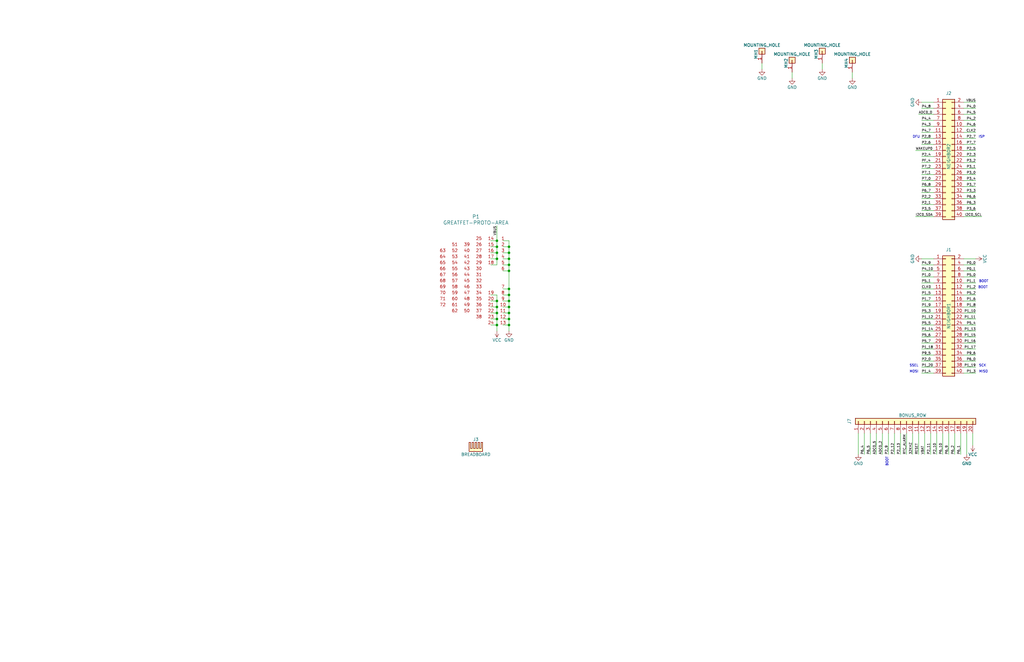
<source format=kicad_sch>
(kicad_sch (version 20230121) (generator eeschema)
  (paper "USLedger")
  (title_block (title "GreatFET Neighbor Template") (date "2015-09-24") (company "Copyright 2015 Michael Ossmann") (comment 1 "License: GPL v2"))
  (lib_symbols
    (symbol "Connector_Generic:Conn_01x01" (pin_names (offset 1.016) hide)
      (property "Reference" "J" (at 0 2.54 0))
      (property "Value" "Conn_01x01" (at 0 -2.54 0))
      (symbol "Conn_01x01_1_1"
        (rectangle (start -1.27 0.127) (end 0 -0.127) (stroke (width 0.1524)))
        (rectangle (start -1.27 1.27) (end 1.27 -1.27) (stroke (width 0.254)) (fill (type background)))
        (pin passive line (at -5.08 0 0) (length 3.81) (name "Pin_1") (number "1"))
      )
    )
    (symbol "Connector_Generic:Conn_01x20" (pin_names (offset 1.016) hide)
      (property "Reference" "J" (at 0 25.4 0))
      (property "Value" "Conn_01x20" (at 0 -27.94 0))
      (symbol "Conn_01x20_1_1"
        (rectangle (start -1.27 -25.273) (end 0 -25.527) (stroke (width 0.1524)))
        (rectangle (start -1.27 -22.733) (end 0 -22.987) (stroke (width 0.1524)))
        (rectangle (start -1.27 -20.193) (end 0 -20.447) (stroke (width 0.1524)))
        (rectangle (start -1.27 -17.653) (end 0 -17.907) (stroke (width 0.1524)))
        (rectangle (start -1.27 -15.113) (end 0 -15.367) (stroke (width 0.1524)))
        (rectangle (start -1.27 -12.573) (end 0 -12.827) (stroke (width 0.1524)))
        (rectangle (start -1.27 -10.033) (end 0 -10.287) (stroke (width 0.1524)))
        (rectangle (start -1.27 -7.493) (end 0 -7.747) (stroke (width 0.1524)))
        (rectangle (start -1.27 -4.953) (end 0 -5.207) (stroke (width 0.1524)))
        (rectangle (start -1.27 -2.413) (end 0 -2.667) (stroke (width 0.1524)))
        (rectangle (start -1.27 0.127) (end 0 -0.127) (stroke (width 0.1524)))
        (rectangle (start -1.27 2.667) (end 0 2.413) (stroke (width 0.1524)))
        (rectangle (start -1.27 5.207) (end 0 4.953) (stroke (width 0.1524)))
        (rectangle (start -1.27 7.747) (end 0 7.493) (stroke (width 0.1524)))
        (rectangle (start -1.27 10.287) (end 0 10.033) (stroke (width 0.1524)))
        (rectangle (start -1.27 12.827) (end 0 12.573) (stroke (width 0.1524)))
        (rectangle (start -1.27 15.367) (end 0 15.113) (stroke (width 0.1524)))
        (rectangle (start -1.27 17.907) (end 0 17.653) (stroke (width 0.1524)))
        (rectangle (start -1.27 20.447) (end 0 20.193) (stroke (width 0.1524)))
        (rectangle (start -1.27 22.987) (end 0 22.733) (stroke (width 0.1524)))
        (rectangle (start -1.27 24.13) (end 1.27 -26.67) (stroke (width 0.254)) (fill (type background)))
        (pin passive line (at -5.08 22.86 0) (length 3.81) (name "Pin_1") (number "1"))
        (pin passive line (at -5.08 0 0) (length 3.81) (name "Pin_10") (number "10"))
        (pin passive line (at -5.08 -2.54 0) (length 3.81) (name "Pin_11") (number "11"))
        (pin passive line (at -5.08 -5.08 0) (length 3.81) (name "Pin_12") (number "12"))
        (pin passive line (at -5.08 -7.62 0) (length 3.81) (name "Pin_13") (number "13"))
        (pin passive line (at -5.08 -10.16 0) (length 3.81) (name "Pin_14") (number "14"))
        (pin passive line (at -5.08 -12.7 0) (length 3.81) (name "Pin_15") (number "15"))
        (pin passive line (at -5.08 -15.24 0) (length 3.81) (name "Pin_16") (number "16"))
        (pin passive line (at -5.08 -17.78 0) (length 3.81) (name "Pin_17") (number "17"))
        (pin passive line (at -5.08 -20.32 0) (length 3.81) (name "Pin_18") (number "18"))
        (pin passive line (at -5.08 -22.86 0) (length 3.81) (name "Pin_19") (number "19"))
        (pin passive line (at -5.08 20.32 0) (length 3.81) (name "Pin_2") (number "2"))
        (pin passive line (at -5.08 -25.4 0) (length 3.81) (name "Pin_20") (number "20"))
        (pin passive line (at -5.08 17.78 0) (length 3.81) (name "Pin_3") (number "3"))
        (pin passive line (at -5.08 15.24 0) (length 3.81) (name "Pin_4") (number "4"))
        (pin passive line (at -5.08 12.7 0) (length 3.81) (name "Pin_5") (number "5"))
        (pin passive line (at -5.08 10.16 0) (length 3.81) (name "Pin_6") (number "6"))
        (pin passive line (at -5.08 7.62 0) (length 3.81) (name "Pin_7") (number "7"))
        (pin passive line (at -5.08 5.08 0) (length 3.81) (name "Pin_8") (number "8"))
        (pin passive line (at -5.08 2.54 0) (length 3.81) (name "Pin_9") (number "9"))
      )
    )
    (symbol "Connector_Generic:Conn_02x20_Odd_Even" (pin_names (offset 1.016) hide)
      (property "Reference" "J" (at 1.27 25.4 0))
      (property "Value" "Conn_02x20_Odd_Even" (at 1.27 -27.94 0))
      (symbol "Conn_02x20_Odd_Even_1_1"
        (rectangle (start -1.27 -25.273) (end 0 -25.527) (stroke (width 0.1524)))
        (rectangle (start -1.27 -22.733) (end 0 -22.987) (stroke (width 0.1524)))
        (rectangle (start -1.27 -20.193) (end 0 -20.447) (stroke (width 0.1524)))
        (rectangle (start -1.27 -17.653) (end 0 -17.907) (stroke (width 0.1524)))
        (rectangle (start -1.27 -15.113) (end 0 -15.367) (stroke (width 0.1524)))
        (rectangle (start -1.27 -12.573) (end 0 -12.827) (stroke (width 0.1524)))
        (rectangle (start -1.27 -10.033) (end 0 -10.287) (stroke (width 0.1524)))
        (rectangle (start -1.27 -7.493) (end 0 -7.747) (stroke (width 0.1524)))
        (rectangle (start -1.27 -4.953) (end 0 -5.207) (stroke (width 0.1524)))
        (rectangle (start -1.27 -2.413) (end 0 -2.667) (stroke (width 0.1524)))
        (rectangle (start -1.27 0.127) (end 0 -0.127) (stroke (width 0.1524)))
        (rectangle (start -1.27 2.667) (end 0 2.413) (stroke (width 0.1524)))
        (rectangle (start -1.27 5.207) (end 0 4.953) (stroke (width 0.1524)))
        (rectangle (start -1.27 7.747) (end 0 7.493) (stroke (width 0.1524)))
        (rectangle (start -1.27 10.287) (end 0 10.033) (stroke (width 0.1524)))
        (rectangle (start -1.27 12.827) (end 0 12.573) (stroke (width 0.1524)))
        (rectangle (start -1.27 15.367) (end 0 15.113) (stroke (width 0.1524)))
        (rectangle (start -1.27 17.907) (end 0 17.653) (stroke (width 0.1524)))
        (rectangle (start -1.27 20.447) (end 0 20.193) (stroke (width 0.1524)))
        (rectangle (start -1.27 22.987) (end 0 22.733) (stroke (width 0.1524)))
        (rectangle (start -1.27 24.13) (end 3.81 -26.67) (stroke (width 0.254)) (fill (type background)))
        (rectangle (start 3.81 -25.273) (end 2.54 -25.527) (stroke (width 0.1524)))
        (rectangle (start 3.81 -22.733) (end 2.54 -22.987) (stroke (width 0.1524)))
        (rectangle (start 3.81 -20.193) (end 2.54 -20.447) (stroke (width 0.1524)))
        (rectangle (start 3.81 -17.653) (end 2.54 -17.907) (stroke (width 0.1524)))
        (rectangle (start 3.81 -15.113) (end 2.54 -15.367) (stroke (width 0.1524)))
        (rectangle (start 3.81 -12.573) (end 2.54 -12.827) (stroke (width 0.1524)))
        (rectangle (start 3.81 -10.033) (end 2.54 -10.287) (stroke (width 0.1524)))
        (rectangle (start 3.81 -7.493) (end 2.54 -7.747) (stroke (width 0.1524)))
        (rectangle (start 3.81 -4.953) (end 2.54 -5.207) (stroke (width 0.1524)))
        (rectangle (start 3.81 -2.413) (end 2.54 -2.667) (stroke (width 0.1524)))
        (rectangle (start 3.81 0.127) (end 2.54 -0.127) (stroke (width 0.1524)))
        (rectangle (start 3.81 2.667) (end 2.54 2.413) (stroke (width 0.1524)))
        (rectangle (start 3.81 5.207) (end 2.54 4.953) (stroke (width 0.1524)))
        (rectangle (start 3.81 7.747) (end 2.54 7.493) (stroke (width 0.1524)))
        (rectangle (start 3.81 10.287) (end 2.54 10.033) (stroke (width 0.1524)))
        (rectangle (start 3.81 12.827) (end 2.54 12.573) (stroke (width 0.1524)))
        (rectangle (start 3.81 15.367) (end 2.54 15.113) (stroke (width 0.1524)))
        (rectangle (start 3.81 17.907) (end 2.54 17.653) (stroke (width 0.1524)))
        (rectangle (start 3.81 20.447) (end 2.54 20.193) (stroke (width 0.1524)))
        (rectangle (start 3.81 22.987) (end 2.54 22.733) (stroke (width 0.1524)))
        (pin passive line (at -5.08 22.86 0) (length 3.81) (name "Pin_1") (number "1"))
        (pin passive line (at 7.62 12.7 180) (length 3.81) (name "Pin_10") (number "10"))
        (pin passive line (at -5.08 10.16 0) (length 3.81) (name "Pin_11") (number "11"))
        (pin passive line (at 7.62 10.16 180) (length 3.81) (name "Pin_12") (number "12"))
        (pin passive line (at -5.08 7.62 0) (length 3.81) (name "Pin_13") (number "13"))
        (pin passive line (at 7.62 7.62 180) (length 3.81) (name "Pin_14") (number "14"))
        (pin passive line (at -5.08 5.08 0) (length 3.81) (name "Pin_15") (number "15"))
        (pin passive line (at 7.62 5.08 180) (length 3.81) (name "Pin_16") (number "16"))
        (pin passive line (at -5.08 2.54 0) (length 3.81) (name "Pin_17") (number "17"))
        (pin passive line (at 7.62 2.54 180) (length 3.81) (name "Pin_18") (number "18"))
        (pin passive line (at -5.08 0 0) (length 3.81) (name "Pin_19") (number "19"))
        (pin passive line (at 7.62 22.86 180) (length 3.81) (name "Pin_2") (number "2"))
        (pin passive line (at 7.62 0 180) (length 3.81) (name "Pin_20") (number "20"))
        (pin passive line (at -5.08 -2.54 0) (length 3.81) (name "Pin_21") (number "21"))
        (pin passive line (at 7.62 -2.54 180) (length 3.81) (name "Pin_22") (number "22"))
        (pin passive line (at -5.08 -5.08 0) (length 3.81) (name "Pin_23") (number "23"))
        (pin passive line (at 7.62 -5.08 180) (length 3.81) (name "Pin_24") (number "24"))
        (pin passive line (at -5.08 -7.62 0) (length 3.81) (name "Pin_25") (number "25"))
        (pin passive line (at 7.62 -7.62 180) (length 3.81) (name "Pin_26") (number "26"))
        (pin passive line (at -5.08 -10.16 0) (length 3.81) (name "Pin_27") (number "27"))
        (pin passive line (at 7.62 -10.16 180) (length 3.81) (name "Pin_28") (number "28"))
        (pin passive line (at -5.08 -12.7 0) (length 3.81) (name "Pin_29") (number "29"))
        (pin passive line (at -5.08 20.32 0) (length 3.81) (name "Pin_3") (number "3"))
        (pin passive line (at 7.62 -12.7 180) (length 3.81) (name "Pin_30") (number "30"))
        (pin passive line (at -5.08 -15.24 0) (length 3.81) (name "Pin_31") (number "31"))
        (pin passive line (at 7.62 -15.24 180) (length 3.81) (name "Pin_32") (number "32"))
        (pin passive line (at -5.08 -17.78 0) (length 3.81) (name "Pin_33") (number "33"))
        (pin passive line (at 7.62 -17.78 180) (length 3.81) (name "Pin_34") (number "34"))
        (pin passive line (at -5.08 -20.32 0) (length 3.81) (name "Pin_35") (number "35"))
        (pin passive line (at 7.62 -20.32 180) (length 3.81) (name "Pin_36") (number "36"))
        (pin passive line (at -5.08 -22.86 0) (length 3.81) (name "Pin_37") (number "37"))
        (pin passive line (at 7.62 -22.86 180) (length 3.81) (name "Pin_38") (number "38"))
        (pin passive line (at -5.08 -25.4 0) (length 3.81) (name "Pin_39") (number "39"))
        (pin passive line (at 7.62 20.32 180) (length 3.81) (name "Pin_4") (number "4"))
        (pin passive line (at 7.62 -25.4 180) (length 3.81) (name "Pin_40") (number "40"))
        (pin passive line (at -5.08 17.78 0) (length 3.81) (name "Pin_5") (number "5"))
        (pin passive line (at 7.62 17.78 180) (length 3.81) (name "Pin_6") (number "6"))
        (pin passive line (at -5.08 15.24 0) (length 3.81) (name "Pin_7") (number "7"))
        (pin passive line (at 7.62 15.24 180) (length 3.81) (name "Pin_8") (number "8"))
        (pin passive line (at -5.08 12.7 0) (length 3.81) (name "Pin_9") (number "9"))
      )
    )
    (symbol "Mechanical:Heatsink" (pin_names (offset 1.016))
      (property "Reference" "HS" (at 0 5.08 0))
      (property "Value" "Heatsink" (at 0 -1.27 0))
      (symbol "Heatsink_0_1"
        (polyline (pts (xy -0.3302 1.27) (xy -0.9652 1.27) (xy -0.9652 3.81) (xy -1.6002 3.81) (xy -1.6002 1.27) (xy -2.2352 1.27) (xy -2.2352 3.81) (xy -2.8702 3.81) (xy -2.8702 0) (xy -0.9652 0)) (stroke (width 0.254)) (fill (type background)))
        (polyline (pts (xy -0.3302 1.27) (xy -0.3302 3.81) (xy 0.3048 3.81) (xy 0.3048 1.27) (xy 0.9398 1.27) (xy 0.9398 3.81) (xy 1.5748 3.81) (xy 1.5748 1.27) (xy 2.2098 1.27) (xy 2.2098 3.81) (xy 2.8448 3.81) (xy 2.8448 0) (xy -0.9652 0)) (stroke (width 0.254)) (fill (type background)))
      )
    )
    (symbol "daffodil-rescue:GREATFET-PROTO-AREA-gsg-symbols" (pin_names (offset 1.016))
      (property "Reference" "P" (at -11.43 27.94 0))
      (property "Value" "gsg-symbols_GREATFET-PROTO-AREA" (at -11.43 25.4 0))
      (symbol "GREATFET-PROTO-AREA-gsg-symbols_1_1"
        (pin passive line (at 0 17.78 180) (length 0) (name "~") (number "1"))
        (pin passive line (at 0 -10.16 180) (length 0) (name "~") (number "10"))
        (pin passive line (at 0 -12.7 180) (length 0) (name "~") (number "11"))
        (pin passive line (at 0 -15.24 180) (length 0) (name "~") (number "12"))
        (pin passive line (at 0 -17.78 180) (length 0) (name "~") (number "13"))
        (pin passive line (at -5.08 17.78 180) (length 0) (name "~") (number "14"))
        (pin passive line (at -5.08 15.24 180) (length 0) (name "~") (number "15"))
        (pin passive line (at -5.08 12.7 180) (length 0) (name "~") (number "16"))
        (pin passive line (at -5.08 10.16 180) (length 0) (name "~") (number "17"))
        (pin passive line (at -5.08 7.62 180) (length 0) (name "~") (number "18"))
        (pin passive line (at -5.08 -5.08 180) (length 0) (name "~") (number "19"))
        (pin passive line (at 0 15.24 180) (length 0) (name "~") (number "2"))
        (pin passive line (at -5.08 -7.62 180) (length 0) (name "~") (number "20"))
        (pin passive line (at -5.08 -10.16 180) (length 0) (name "~") (number "21"))
        (pin passive line (at -5.08 -12.7 180) (length 0) (name "~") (number "22"))
        (pin passive line (at -5.08 -15.24 180) (length 0) (name "~") (number "23"))
        (pin passive line (at -5.08 -17.78 180) (length 0) (name "~") (number "24"))
        (pin passive line (at -10.16 17.78 180) (length 0) (name "~") (number "25"))
        (pin passive line (at -10.16 15.24 180) (length 0) (name "~") (number "26"))
        (pin passive line (at -10.16 12.7 180) (length 0) (name "~") (number "27"))
        (pin passive line (at -10.16 10.16 180) (length 0) (name "~") (number "28"))
        (pin passive line (at -10.16 7.62 180) (length 0) (name "~") (number "29"))
        (pin passive line (at 0 12.7 180) (length 0) (name "~") (number "3"))
        (pin passive line (at -10.16 5.08 180) (length 0) (name "~") (number "30"))
        (pin passive line (at -10.16 2.54 180) (length 0) (name "~") (number "31"))
        (pin passive line (at -10.16 0 180) (length 0) (name "~") (number "32"))
        (pin passive line (at -10.16 -2.54 180) (length 0) (name "~") (number "33"))
        (pin passive line (at -10.16 -5.08 180) (length 0) (name "~") (number "34"))
        (pin passive line (at -10.16 -7.62 180) (length 0) (name "~") (number "35"))
        (pin passive line (at -10.16 -10.16 180) (length 0) (name "~") (number "36"))
        (pin passive line (at -10.16 -12.7 180) (length 0) (name "~") (number "37"))
        (pin passive line (at -10.16 -15.24 180) (length 0) (name "~") (number "38"))
        (pin passive line (at -15.24 15.24 180) (length 0) (name "~") (number "39"))
        (pin passive line (at 0 10.16 180) (length 0) (name "~") (number "4"))
        (pin passive line (at -15.24 12.7 180) (length 0) (name "~") (number "40"))
        (pin passive line (at -15.24 10.16 180) (length 0) (name "~") (number "41"))
        (pin passive line (at -15.24 7.62 180) (length 0) (name "~") (number "42"))
        (pin passive line (at -15.24 5.08 180) (length 0) (name "~") (number "43"))
        (pin passive line (at -15.24 2.54 180) (length 0) (name "~") (number "44"))
        (pin passive line (at -15.24 0 180) (length 0) (name "~") (number "45"))
        (pin passive line (at -15.24 -2.54 180) (length 0) (name "~") (number "46"))
        (pin passive line (at -15.24 -5.08 180) (length 0) (name "~") (number "47"))
        (pin passive line (at -15.24 -7.62 180) (length 0) (name "~") (number "48"))
        (pin passive line (at -15.24 -10.16 180) (length 0) (name "~") (number "49"))
        (pin passive line (at 0 7.62 180) (length 0) (name "~") (number "5"))
        (pin passive line (at -15.24 -12.7 180) (length 0) (name "~") (number "50"))
        (pin passive line (at -20.32 15.24 180) (length 0) (name "~") (number "51"))
        (pin passive line (at -20.32 12.7 180) (length 0) (name "~") (number "52"))
        (pin passive line (at -20.32 10.16 180) (length 0) (name "~") (number "53"))
        (pin passive line (at -20.32 7.62 180) (length 0) (name "~") (number "54"))
        (pin passive line (at -20.32 5.08 180) (length 0) (name "~") (number "55"))
        (pin passive line (at -20.32 2.54 180) (length 0) (name "~") (number "56"))
        (pin passive line (at -20.32 0 180) (length 0) (name "~") (number "57"))
        (pin passive line (at -20.32 -2.54 180) (length 0) (name "~") (number "58"))
        (pin passive line (at -20.32 -5.08 180) (length 0) (name "~") (number "59"))
        (pin passive line (at 0 5.08 180) (length 0) (name "~") (number "6"))
        (pin passive line (at -20.32 -7.62 180) (length 0) (name "~") (number "60"))
        (pin passive line (at -20.32 -10.16 180) (length 0) (name "~") (number "61"))
        (pin passive line (at -20.32 -12.7 180) (length 0) (name "~") (number "62"))
        (pin passive line (at -25.4 12.7 180) (length 0) (name "~") (number "63"))
        (pin passive line (at -25.4 10.16 180) (length 0) (name "~") (number "64"))
        (pin passive line (at -25.4 7.62 180) (length 0) (name "~") (number "65"))
        (pin passive line (at -25.4 5.08 180) (length 0) (name "~") (number "66"))
        (pin passive line (at -25.4 2.54 180) (length 0) (name "~") (number "67"))
        (pin passive line (at -25.4 0 180) (length 0) (name "~") (number "68"))
        (pin passive line (at -25.4 -2.54 180) (length 0) (name "~") (number "69"))
        (pin passive line (at 0 -2.54 180) (length 0) (name "~") (number "7"))
        (pin passive line (at -25.4 -5.08 180) (length 0) (name "~") (number "70"))
        (pin passive line (at -25.4 -7.62 180) (length 0) (name "~") (number "71"))
        (pin passive line (at -25.4 -10.16 180) (length 0) (name "~") (number "72"))
        (pin passive line (at 0 -5.08 180) (length 0) (name "~") (number "8"))
        (pin passive line (at 0 -7.62 180) (length 0) (name "~") (number "9"))
      )
    )
    (symbol "power:GND" (power) (pin_names (offset 0))
      (property "Value" "GND" (at 0 -3.81 0))
      (symbol "GND_0_1"
        (polyline (pts (xy 0 0) (xy 0 -1.27) (xy 1.27 -1.27) (xy 0 -2.54) (xy -1.27 -1.27) (xy 0 -1.27)))
      )
      (symbol "GND_1_1"
        (pin power_in line (at 0 0 270) (length 0) hide (name "GND") (number "1"))
      )
    )
    (symbol "power:VCC" (power) (pin_names (offset 0))
      (property "Value" "VCC" (at 0 3.81 0))
      (symbol "VCC_0_1"
        (polyline (pts (xy -0.762 1.27) (xy 0 2.54)))
        (polyline (pts (xy 0 0) (xy 0 2.54)))
        (polyline (pts (xy 0 2.54) (xy 0.762 1.27)))
      )
      (symbol "VCC_1_1"
        (pin power_in line (at 0 0 90) (length 0) hide (name "VCC") (number "1"))
      )
    )
  )
  (junction (at 214.63 106.68))
  (junction (at 214.63 134.62))
  (junction (at 209.55 127))
  (junction (at 214.63 114.3))
  (junction (at 209.55 134.62))
  (junction (at 214.63 127))
  (junction (at 209.55 129.54))
  (junction (at 209.55 101.6))
  (junction (at 214.63 124.46))
  (junction (at 214.63 137.16))
  (junction (at 214.63 111.76))
  (junction (at 214.63 104.14))
  (junction (at 209.55 109.22))
  (junction (at 214.63 132.08))
  (junction (at 214.63 129.54))
  (junction (at 209.55 104.14))
  (junction (at 209.55 132.08))
  (junction (at 209.55 137.16))
  (junction (at 214.63 121.92))
  (junction (at 209.55 106.68))
  (junction (at 214.63 109.22))
  (wire (pts (xy 393.7 76.2) (xy 388.62 76.2)))
  (wire (pts (xy 406.4 88.9) (xy 411.48 88.9)))
  (wire (pts (xy 209.55 109.22) (xy 209.55 111.76)))
  (wire (pts (xy 377.19 191.77) (xy 377.19 182.88)))
  (wire (pts (xy 388.62 68.58) (xy 393.7 68.58)))
  (wire (pts (xy 364.49 191.77) (xy 364.49 182.88)))
  (wire (pts (xy 388.62 78.74) (xy 393.7 78.74)))
  (wire (pts (xy 411.48 60.96) (xy 406.4 60.96)))
  (wire (pts (xy 388.62 114.3) (xy 393.7 114.3)))
  (wire (pts (xy 212.09 104.14) (xy 214.63 104.14)))
  (wire (pts (xy 214.63 132.08) (xy 214.63 134.62)))
  (wire (pts (xy 212.09 114.3) (xy 214.63 114.3)))
  (wire (pts (xy 393.7 86.36) (xy 388.62 86.36)))
  (wire (pts (xy 214.63 137.16) (xy 212.09 137.16)))
  (wire (pts (xy 388.62 55.88) (xy 393.7 55.88)))
  (wire (pts (xy 388.62 53.34) (xy 393.7 53.34)))
  (wire (pts (xy 214.63 129.54) (xy 214.63 132.08)))
  (wire (pts (xy 388.62 147.32) (xy 393.7 147.32)))
  (wire (pts (xy 388.62 137.16) (xy 393.7 137.16)))
  (wire (pts (xy 367.03 191.77) (xy 367.03 182.88)))
  (wire (pts (xy 209.55 129.54) (xy 209.55 127)))
  (wire (pts (xy 388.62 127) (xy 393.7 127)))
  (wire (pts (xy 209.55 124.46) (xy 207.01 124.46)))
  (wire (pts (xy 389.89 191.77) (xy 389.89 182.88)))
  (wire (pts (xy 393.7 63.5) (xy 386.08 63.5)))
  (wire (pts (xy 397.51 191.77) (xy 397.51 182.88)))
  (wire (pts (xy 407.67 191.77) (xy 407.67 182.88)))
  (wire (pts (xy 209.55 101.6) (xy 207.01 101.6)))
  (wire (pts (xy 346.71 26.67) (xy 346.71 29.21)))
  (wire (pts (xy 207.01 109.22) (xy 209.55 109.22)))
  (wire (pts (xy 388.62 124.46) (xy 393.7 124.46)))
  (wire (pts (xy 214.63 109.22) (xy 214.63 111.76)))
  (wire (pts (xy 388.62 144.78) (xy 393.7 144.78)))
  (wire (pts (xy 212.09 101.6) (xy 214.63 101.6)))
  (wire (pts (xy 214.63 124.46) (xy 212.09 124.46)))
  (wire (pts (xy 406.4 149.86) (xy 411.48 149.86)))
  (wire (pts (xy 411.48 132.08) (xy 406.4 132.08)))
  (wire (pts (xy 361.95 191.77) (xy 361.95 182.88)))
  (wire (pts (xy 411.48 111.76) (xy 406.4 111.76)))
  (wire (pts (xy 388.62 45.72) (xy 393.7 45.72)))
  (wire (pts (xy 209.55 106.68) (xy 209.55 109.22)))
  (wire (pts (xy 406.4 134.62) (xy 411.48 134.62)))
  (wire (pts (xy 393.7 157.48) (xy 388.62 157.48)))
  (wire (pts (xy 209.55 134.62) (xy 209.55 132.08)))
  (wire (pts (xy 394.97 191.77) (xy 394.97 182.88)))
  (wire (pts (xy 411.48 66.04) (xy 406.4 66.04)))
  (wire (pts (xy 388.62 71.12) (xy 393.7 71.12)))
  (wire (pts (xy 212.09 134.62) (xy 214.63 134.62)))
  (wire (pts (xy 406.4 119.38) (xy 411.48 119.38)))
  (wire (pts (xy 406.4 139.7) (xy 411.48 139.7)))
  (wire (pts (xy 209.55 106.68) (xy 207.01 106.68)))
  (wire (pts (xy 382.27 191.77) (xy 382.27 182.88)))
  (wire (pts (xy 406.4 144.78) (xy 411.48 144.78)))
  (wire (pts (xy 209.55 132.08) (xy 209.55 129.54)))
  (wire (pts (xy 209.55 139.7) (xy 209.55 137.16)))
  (wire (pts (xy 214.63 104.14) (xy 214.63 106.68)))
  (wire (pts (xy 372.11 191.77) (xy 372.11 182.88)))
  (wire (pts (xy 388.62 152.4) (xy 393.7 152.4)))
  (wire (pts (xy 411.48 76.2) (xy 406.4 76.2)))
  (wire (pts (xy 214.63 127) (xy 214.63 129.54)))
  (wire (pts (xy 359.41 30.48) (xy 359.41 33.02)))
  (wire (pts (xy 209.55 95.25) (xy 209.55 101.6)))
  (wire (pts (xy 411.48 127) (xy 406.4 127)))
  (wire (pts (xy 388.62 154.94) (xy 393.7 154.94)))
  (wire (pts (xy 214.63 137.16) (xy 214.63 139.7)))
  (wire (pts (xy 388.62 111.76) (xy 393.7 111.76)))
  (wire (pts (xy 387.35 48.26) (xy 393.7 48.26)))
  (wire (pts (xy 209.55 134.62) (xy 207.01 134.62)))
  (wire (pts (xy 387.35 191.77) (xy 387.35 182.88)))
  (wire (pts (xy 411.48 53.34) (xy 406.4 53.34)))
  (wire (pts (xy 388.62 142.24) (xy 393.7 142.24)))
  (wire (pts (xy 388.62 149.86) (xy 393.7 149.86)))
  (wire (pts (xy 411.48 68.58) (xy 406.4 68.58)))
  (wire (pts (xy 388.62 132.08) (xy 393.7 132.08)))
  (wire (pts (xy 212.09 121.92) (xy 214.63 121.92)))
  (wire (pts (xy 209.55 104.14) (xy 209.55 106.68)))
  (wire (pts (xy 411.48 121.92) (xy 406.4 121.92)))
  (wire (pts (xy 411.48 58.42) (xy 406.4 58.42)))
  (wire (pts (xy 410.21 187.96) (xy 410.21 182.88)))
  (wire (pts (xy 411.48 83.82) (xy 406.4 83.82)))
  (wire (pts (xy 214.63 114.3) (xy 214.63 121.92)))
  (wire (pts (xy 411.48 78.74) (xy 406.4 78.74)))
  (wire (pts (xy 393.7 91.44) (xy 386.08 91.44)))
  (wire (pts (xy 214.63 111.76) (xy 212.09 111.76)))
  (wire (pts (xy 388.62 134.62) (xy 393.7 134.62)))
  (wire (pts (xy 388.62 60.96) (xy 393.7 60.96)))
  (wire (pts (xy 214.63 101.6) (xy 214.63 104.14)))
  (wire (pts (xy 388.62 121.92) (xy 393.7 121.92)))
  (wire (pts (xy 214.63 134.62) (xy 214.63 137.16)))
  (wire (pts (xy 411.48 48.26) (xy 406.4 48.26)))
  (wire (pts (xy 411.48 86.36) (xy 406.4 86.36)))
  (wire (pts (xy 388.62 116.84) (xy 393.7 116.84)))
  (wire (pts (xy 209.55 101.6) (xy 209.55 104.14)))
  (wire (pts (xy 411.48 71.12) (xy 406.4 71.12)))
  (wire (pts (xy 393.7 50.8) (xy 388.62 50.8)))
  (wire (pts (xy 214.63 106.68) (xy 214.63 109.22)))
  (wire (pts (xy 212.09 132.08) (xy 214.63 132.08)))
  (wire (pts (xy 388.62 43.18) (xy 393.7 43.18)))
  (wire (pts (xy 369.57 191.77) (xy 369.57 182.88)))
  (wire (pts (xy 214.63 111.76) (xy 214.63 114.3)))
  (wire (pts (xy 379.73 191.77) (xy 379.73 182.88)))
  (wire (pts (xy 411.48 55.88) (xy 406.4 55.88)))
  (wire (pts (xy 214.63 106.68) (xy 212.09 106.68)))
  (wire (pts (xy 411.48 50.8) (xy 406.4 50.8)))
  (wire (pts (xy 406.4 157.48) (xy 411.48 157.48)))
  (wire (pts (xy 400.05 191.77) (xy 400.05 182.88)))
  (wire (pts (xy 209.55 127) (xy 209.55 124.46)))
  (wire (pts (xy 388.62 129.54) (xy 393.7 129.54)))
  (wire (pts (xy 411.48 137.16) (xy 406.4 137.16)))
  (wire (pts (xy 411.48 152.4) (xy 406.4 152.4)))
  (wire (pts (xy 411.48 63.5) (xy 406.4 63.5)))
  (wire (pts (xy 207.01 137.16) (xy 209.55 137.16)))
  (wire (pts (xy 214.63 129.54) (xy 212.09 129.54)))
  (wire (pts (xy 406.4 109.22) (xy 411.48 109.22)))
  (wire (pts (xy 388.62 139.7) (xy 393.7 139.7)))
  (wire (pts (xy 214.63 121.92) (xy 214.63 124.46)))
  (wire (pts (xy 209.55 137.16) (xy 209.55 134.62)))
  (wire (pts (xy 207.01 104.14) (xy 209.55 104.14)))
  (wire (pts (xy 406.4 124.46) (xy 411.48 124.46)))
  (wire (pts (xy 411.48 142.24) (xy 406.4 142.24)))
  (wire (pts (xy 207.01 132.08) (xy 209.55 132.08)))
  (wire (pts (xy 411.48 81.28) (xy 406.4 81.28)))
  (wire (pts (xy 402.59 191.77) (xy 402.59 182.88)))
  (wire (pts (xy 388.62 73.66) (xy 393.7 73.66)))
  (wire (pts (xy 406.4 45.72) (xy 411.48 45.72)))
  (wire (pts (xy 406.4 114.3) (xy 411.48 114.3)))
  (wire (pts (xy 388.62 109.22) (xy 393.7 109.22)))
  (wire (pts (xy 214.63 124.46) (xy 214.63 127)))
  (wire (pts (xy 411.48 154.94) (xy 406.4 154.94)))
  (wire (pts (xy 411.48 116.84) (xy 406.4 116.84)))
  (wire (pts (xy 405.13 191.77) (xy 405.13 182.88)))
  (wire (pts (xy 414.02 91.44) (xy 406.4 91.44)))
  (wire (pts (xy 207.01 127) (xy 209.55 127)))
  (wire (pts (xy 334.01 30.48) (xy 334.01 33.02)))
  (wire (pts (xy 388.62 88.9) (xy 393.7 88.9)))
  (wire (pts (xy 411.48 147.32) (xy 406.4 147.32)))
  (wire (pts (xy 393.7 81.28) (xy 388.62 81.28)))
  (wire (pts (xy 212.09 109.22) (xy 214.63 109.22)))
  (wire (pts (xy 406.4 129.54) (xy 411.48 129.54)))
  (wire (pts (xy 209.55 129.54) (xy 207.01 129.54)))
  (wire (pts (xy 209.55 111.76) (xy 207.01 111.76)))
  (wire (pts (xy 374.65 191.77) (xy 374.65 182.88)))
  (wire (pts (xy 388.62 58.42) (xy 393.7 58.42)))
  (wire (pts (xy 388.62 119.38) (xy 393.7 119.38)))
  (wire (pts (xy 411.48 73.66) (xy 406.4 73.66)))
  (wire (pts (xy 393.7 66.04) (xy 388.62 66.04)))
  (wire (pts (xy 212.09 127) (xy 214.63 127)))
  (wire (pts (xy 321.31 26.67) (xy 321.31 29.21)))
  (wire (pts (xy 384.81 191.77) (xy 384.81 182.88)))
  (wire (pts (xy 411.48 43.18) (xy 406.4 43.18)))
  (wire (pts (xy 388.62 83.82) (xy 393.7 83.82)))
  (wire (pts (xy 392.43 191.77) (xy 392.43 182.88)))
  (text "BOOT" (at 412.75 119.38 0) (effects (font (size 1.016 1.016)) (justify left bottom)))
  (text "SSEL" (at 387.35 154.94 0) (effects (font (size 1.016 1.016)) (justify right bottom)))
  (text "SCK" (at 412.75 154.94 0) (effects (font (size 1.016 1.016)) (justify left bottom)))
  (text "MOSI" (at 387.35 157.48 0) (effects (font (size 1.016 1.016)) (justify right bottom)))
  (text "DFU" (at 384.81 58.42 0) (effects (font (size 1.016 1.016)) (justify left bottom)))
  (text "BOOT" (at 416.56 121.92 0) (effects (font (size 1.016 1.016)) (justify right bottom)))
  (text "MISO" (at 412.75 157.48 0) (effects (font (size 1.016 1.016)) (justify left bottom)))
  (text "BOOT" (at 374.65 196.85 90) (effects (font (size 1.016 1.016)) (justify left bottom)))
  (text "ISP" (at 415.29 58.42 0) (effects (font (size 1.016 1.016)) (justify right bottom)))
  (label "P1_2" (at 411.48 121.92 180) (effects (font (size 1.016 1.016))))
  (label "P1_3" (at 411.48 157.48 180) (effects (font (size 1.016 1.016))))
  (label "P0_0" (at 411.48 111.76 180) (effects (font (size 1.016 1.016))))
  (label "P9_6" (at 411.48 149.86 180) (effects (font (size 1.016 1.016))))
  (label "P3_5" (at 388.62 88.9 0) (effects (font (size 1.016 1.016))))
  (label "P2_13" (at 379.73 191.77 90) (effects (font (size 1.016 1.016))))
  (label "P2_12" (at 377.19 191.77 90) (effects (font (size 1.016 1.016))))
  (label "P1_10" (at 411.48 132.08 180) (effects (font (size 1.016 1.016))))
  (label "P2_6" (at 388.62 60.96 0) (effects (font (size 1.016 1.016))))
  (label "P7_1" (at 388.62 73.66 0) (effects (font (size 1.016 1.016))))
  (label "P6_0" (at 411.48 152.4 180) (effects (font (size 1.016 1.016))))
  (label "VBAT" (at 389.89 191.77 90) (effects (font (size 1.016 1.016))))
  (label "P6_5" (at 367.03 191.77 90) (effects (font (size 1.016 1.016))))
  (label "P2_1" (at 388.62 86.36 0) (effects (font (size 1.016 1.016))))
  (label "P4_3" (at 388.62 53.34 0) (effects (font (size 1.016 1.016))))
  (label "P7_7" (at 411.48 60.96 180) (effects (font (size 1.016 1.016))))
  (label "P1_17" (at 411.48 147.32 180) (effects (font (size 1.016 1.016))))
  (label "WAKEUP0" (at 386.08 63.5 0) (effects (font (size 1.016 1.016))))
  (label "P1_18" (at 388.62 147.32 0) (effects (font (size 1.016 1.016))))
  (label "P1_19" (at 411.48 154.94 180) (effects (font (size 1.016 1.016))))
  (label "P4_6" (at 411.48 53.34 180) (effects (font (size 1.016 1.016))))
  (label "P5_6" (at 388.62 142.24 0) (effects (font (size 1.016 1.016))))
  (label "P5_3" (at 388.62 132.08 0) (effects (font (size 1.016 1.016))))
  (label "P7_2" (at 388.62 71.12 0) (effects (font (size 1.016 1.016))))
  (label "P5_2" (at 411.48 124.46 180) (effects (font (size 1.016 1.016))))
  (label "P5_7" (at 388.62 144.78 0) (effects (font (size 1.016 1.016))))
  (label "P6_4" (at 364.49 191.77 90) (effects (font (size 1.016 1.016))))
  (label "P4_7" (at 388.62 55.88 0) (effects (font (size 1.016 1.016))))
  (label "P6_9" (at 400.05 191.77 90) (effects (font (size 1.016 1.016))))
  (label "RESET" (at 387.35 191.77 90) (effects (font (size 1.016 1.016))))
  (label "P5_0" (at 411.48 116.84 180) (effects (font (size 1.016 1.016))))
  (label "P7_0" (at 388.62 76.2 0) (effects (font (size 1.016 1.016))))
  (label "P1_16" (at 411.48 144.78 180) (effects (font (size 1.016 1.016))))
  (label "P3_1" (at 411.48 71.12 180) (effects (font (size 1.016 1.016))))
  (label "32KHZ" (at 384.81 191.77 90) (effects (font (size 1.016 1.016))))
  (label "I2C0_SCL" (at 414.02 91.44 180) (effects (font (size 1.016 1.016))))
  (label "P3_3" (at 411.48 81.28 180) (effects (font (size 1.016 1.016))))
  (label "P4_8" (at 388.62 45.72 0) (effects (font (size 1.016 1.016))))
  (label "P2_2" (at 388.62 83.82 0) (effects (font (size 1.016 1.016))))
  (label "P1_0" (at 388.62 116.84 0) (effects (font (size 1.016 1.016))))
  (label "PF_4" (at 388.62 68.58 0) (effects (font (size 1.016 1.016))))
  (label "P1_7" (at 388.62 127 0) (effects (font (size 1.016 1.016))))
  (label "P1_6" (at 411.48 127 180) (effects (font (size 1.016 1.016))))
  (label "P6_8" (at 388.62 78.74 0) (effects (font (size 1.016 1.016))))
  (label "P1_5" (at 388.62 124.46 0) (effects (font (size 1.016 1.016))))
  (label "P2_0" (at 388.62 152.4 0) (effects (font (size 1.016 1.016))))
  (label "P1_11" (at 411.48 134.62 180) (effects (font (size 1.016 1.016))))
  (label "P1_1" (at 411.48 119.38 180) (effects (font (size 1.016 1.016))))
  (label "VBUS" (at 411.48 43.18 180) (effects (font (size 1.016 1.016))))
  (label "P6_1" (at 405.13 191.77 90) (effects (font (size 1.016 1.016))))
  (label "P1_14" (at 388.62 139.7 0) (effects (font (size 1.016 1.016))))
  (label "P4_5" (at 411.48 48.26 180) (effects (font (size 1.016 1.016))))
  (label "P9_5" (at 388.62 149.86 0) (effects (font (size 1.016 1.016))))
  (label "P5_4" (at 411.48 137.16 180) (effects (font (size 1.016 1.016))))
  (label "P4_9" (at 388.62 111.76 0) (effects (font (size 1.016 1.016))))
  (label "VBUS" (at 209.55 95.25 270) (effects (font (size 1.016 1.016))))
  (label "P1_9" (at 388.62 129.54 0) (effects (font (size 1.016 1.016))))
  (label "P2_5" (at 411.48 63.5 180) (effects (font (size 1.016 1.016))))
  (label "P3_6" (at 411.48 88.9 180) (effects (font (size 1.016 1.016))))
  (label "CLK2" (at 411.48 55.88 180) (effects (font (size 1.016 1.016))))
  (label "P6_3" (at 411.48 86.36 180) (effects (font (size 1.016 1.016))))
  (label "P1_12" (at 388.62 134.62 0) (effects (font (size 1.016 1.016))))
  (label "P1_15" (at 411.48 142.24 180) (effects (font (size 1.016 1.016))))
  (label "P6_2" (at 402.59 191.77 90) (effects (font (size 1.016 1.016))))
  (label "P3_2" (at 411.48 68.58 180) (effects (font (size 1.016 1.016))))
  (label "P6_6" (at 411.48 83.82 180) (effects (font (size 1.016 1.016))))
  (label "P1_20" (at 388.62 154.94 0) (effects (font (size 1.016 1.016))))
  (label "P1_8" (at 411.48 129.54 180) (effects (font (size 1.016 1.016))))
  (label "ADC0_5" (at 369.57 191.77 90) (effects (font (size 1.016 1.016))))
  (label "P5_1" (at 388.62 119.38 0) (effects (font (size 1.016 1.016))))
  (label "P4_10" (at 388.62 114.3 0) (effects (font (size 1.016 1.016))))
  (label "P4_2" (at 411.48 50.8 180) (effects (font (size 1.016 1.016))))
  (label "P2_3" (at 411.48 66.04 180) (effects (font (size 1.016 1.016))))
  (label "P3_0" (at 411.48 73.66 180) (effects (font (size 1.016 1.016))))
  (label "P2_8" (at 388.62 58.42 0) (effects (font (size 1.016 1.016))))
  (label "P6_10" (at 397.51 191.77 90) (effects (font (size 1.016 1.016))))
  (label "P1_13" (at 411.48 139.7 180) (effects (font (size 1.016 1.016))))
  (label "I2C0_SDA" (at 386.08 91.44 0) (effects (font (size 1.016 1.016))))
  (label "RTC_ALARM" (at 382.27 191.77 90) (effects (font (size 1.016 1.016))))
  (label "P3_4" (at 411.48 76.2 180) (effects (font (size 1.016 1.016))))
  (label "CLK0" (at 388.62 121.92 0) (effects (font (size 1.016 1.016))))
  (label "P2_9" (at 374.65 191.77 90) (effects (font (size 1.016 1.016))))
  (label "P6_7" (at 388.62 81.28 0) (effects (font (size 1.016 1.016))))
  (label "P5_5" (at 388.62 137.16 0) (effects (font (size 1.016 1.016))))
  (label "P4_0" (at 411.48 45.72 180) (effects (font (size 1.016 1.016))))
  (label "P1_4" (at 388.62 157.48 0) (effects (font (size 1.016 1.016))))
  (label "P2_11" (at 392.43 191.77 90) (effects (font (size 1.016 1.016))))
  (label "P2_7" (at 411.48 58.42 180) (effects (font (size 1.016 1.016))))
  (label "P0_1" (at 411.48 114.3 180) (effects (font (size 1.016 1.016))))
  (label "P2_10" (at 394.97 191.77 90) (effects (font (size 1.016 1.016))))
  (label "P3_7" (at 411.48 78.74 180) (effects (font (size 1.016 1.016))))
  (label "ADC0_0" (at 387.35 48.26 0) (effects (font (size 1.016 1.016))))
  (label "P4_4" (at 388.62 50.8 0) (effects (font (size 1.016 1.016))))
  (label "ADC0_2" (at 372.11 191.77 90) (effects (font (size 1.016 1.016))))
  (label "P2_4" (at 388.62 66.04 0) (effects (font (size 1.016 1.016))))
  (symbol (lib_id "Connector_Generic:Conn_02x20_Odd_Even") (at 398.78 66.04 0) (unit 1)
    (property "Reference" "J2" (at 400.05 39.37 0))
    (property "Value" "NEIGHBOR2" (at 400.05 66.04 90))
    (property "Footprint" "gsg-modules:HEADER-2x20" (effects hide))
    (property "Manufacturer" "Samtec" (effects hide))
    (property "Part Number" "SSQ-120-23-G-D" (effects hide))
    (property "Description" "CONN RCPT .100\" 40POS DUAL-ROW STACKING GOLD" (effects hide))
    (property "Note" "Alternate: https://www.adafruit.com/products/2223" (effects hide))
  )
  (symbol (lib_id "power:GND") (at 388.62 43.18 270) (unit 1)
    (property "Reference" "#PWR01" (effects hide))
    (property "Value" "GND" (at 384.81 43.18 0))
  )
  (symbol (lib_id "power:GND") (at 388.62 109.22 270) (unit 1)
    (property "Reference" "#PWR02" (effects hide))
    (property "Value" "GND" (at 384.81 109.22 0))
  )
  (symbol (lib_id "power:VCC") (at 411.48 109.22 270) (unit 1)
    (property "Reference" "#PWR03" (effects hide))
    (property "Value" "VCC" (at 415.29 109.22 0))
  )
  (symbol (lib_id "Connector_Generic:Conn_02x20_Odd_Even") (at 398.78 132.08 0) (unit 1)
    (property "Reference" "J1" (at 400.05 105.41 0))
    (property "Value" "NEIGHBOR1" (at 400.05 133.35 90))
    (property "Footprint" "gsg-modules:HEADER-2x20" (effects hide))
    (property "Manufacturer" "Samtec" (effects hide))
    (property "Part Number" "SSQ-120-23-G-D" (effects hide))
    (property "Description" "CONN RCPT .100\" 40POS DUAL-ROW STACKING GOLD" (effects hide))
    (property "Note" "Alternate: https://www.adafruit.com/products/2223" (effects hide))
  )
  (symbol (lib_id "Connector_Generic:Conn_01x01") (at 346.71 21.59 90) (unit 1)
    (property "Reference" "MH3" (at 344.17 22.86 0))
    (property "Value" "MOUNTING_HOLE" (at 346.71 19.05 90))
    (property "Footprint" "gsg-modules:HOLE126MIL-COPPER" (effects hide))
    (property "Note" "DNP" (effects hide))
  )
  (symbol (lib_id "power:GND") (at 346.71 29.21 0) (unit 1)
    (property "Reference" "#PWR06" (effects hide))
    (property "Value" "GND" (at 346.71 33.02 0))
  )
  (symbol (lib_id "Connector_Generic:Conn_01x01") (at 359.41 25.4 90) (unit 1)
    (property "Reference" "MH4" (at 356.87 26.67 0))
    (property "Value" "MOUNTING_HOLE" (at 359.41 22.86 90))
    (property "Footprint" "gsg-modules:HOLE126MIL-COPPER" (effects hide))
    (property "Note" "DNP" (effects hide))
  )
  (symbol (lib_id "power:GND") (at 359.41 33.02 0) (unit 1)
    (property "Reference" "#PWR07" (effects hide))
    (property "Value" "GND" (at 359.41 36.83 0))
  )
  (symbol (lib_id "Connector_Generic:Conn_01x01") (at 321.31 21.59 90) (unit 1)
    (property "Reference" "MH1" (at 318.77 22.86 0))
    (property "Value" "MOUNTING_HOLE" (at 321.31 19.05 90))
    (property "Footprint" "gsg-modules:HOLE126MIL-COPPER" (effects hide))
    (property "Note" "DNP" (effects hide))
  )
  (symbol (lib_id "power:GND") (at 321.31 29.21 0) (unit 1)
    (property "Reference" "#PWR08" (effects hide))
    (property "Value" "GND" (at 321.31 33.02 0))
  )
  (symbol (lib_id "Connector_Generic:Conn_01x01") (at 334.01 25.4 90) (unit 1)
    (property "Reference" "MH2" (at 331.47 26.67 0))
    (property "Value" "MOUNTING_HOLE" (at 334.01 22.86 90))
    (property "Footprint" "gsg-modules:HOLE126MIL-COPPER" (effects hide))
    (property "Note" "DNP" (effects hide))
  )
  (symbol (lib_id "power:GND") (at 334.01 33.02 0) (unit 1)
    (property "Reference" "#PWR09" (effects hide))
    (property "Value" "GND" (at 334.01 36.83 0))
  )
  (symbol (lib_id "power:GND") (at 407.67 191.77 0) (unit 1)
    (property "Reference" "#PWR010" (effects hide))
    (property "Value" "GND" (at 407.67 195.58 0))
  )
  (symbol (lib_id "daffodil-rescue:GREATFET-PROTO-AREA-gsg-symbols") (at 212.09 119.38 0) (unit 1)
    (property "Reference" "P1" (at 200.66 91.44 0) (effects (font (size 1.524 1.524))))
    (property "Value" "GREATFET-PROTO-AREA" (at 200.66 93.98 0) (effects (font (size 1.524 1.524))))
    (property "Footprint" "gsg-modules:GREATFET-PROTO-AREA" (effects hide))
    (property "Note" "DNP" (effects hide))
  )
  (symbol (lib_id "power:GND") (at 214.63 139.7 0) (unit 1)
    (property "Reference" "#PWR012" (effects hide))
    (property "Value" "GND" (at 214.63 143.51 0))
  )
  (symbol (lib_id "power:VCC") (at 209.55 139.7 180) (unit 1)
    (property "Reference" "#PWR013" (effects hide))
    (property "Value" "VCC" (at 209.55 143.51 0))
  )
  (symbol (lib_id "power:GND") (at 361.95 191.77 0) (unit 1)
    (property "Reference" "#PWR04" (effects hide))
    (property "Value" "GND" (at 361.95 195.58 0))
  )
  (symbol (lib_id "power:VCC") (at 410.21 187.96 180) (unit 1)
    (property "Reference" "#PWR05" (effects hide))
    (property "Value" "VCC" (at 410.21 191.77 0))
  )
  (symbol (lib_id "Connector_Generic:Conn_01x20") (at 384.81 177.8 90) (unit 1)
    (property "Reference" "J7" (at 358.14 177.8 0))
    (property "Value" "BONUS_ROW" (at 384.81 175.26 90))
    (property "Footprint" "gsg-modules:HEADER-1x20" (effects hide))
    (property "Manufacturer" "Samtec" (effects hide))
    (property "Part Number" "SSQ-120-23-G-S" (effects hide))
    (property "Description" "CONN RCPT .100\" 20POS SINGLE-ROW STACKING GOLD" (effects hide))
  )
  (symbol (lib_id "Mechanical:Heatsink") (at 200.66 190.5 0) (unit 1)
    (property "Reference" "J3" (at 200.66 185.42 0))
    (property "Value" "BREADBOARD" (at 200.66 191.77 0))
    (property "Manufacturer" "SparkFun Electronics" (effects hide))
    (property "Part Number" "PRT-12047" (effects hide))
    (property "Description" "BREADBOARD SOLDERLESS" (effects hide))
  )
)
</source>
